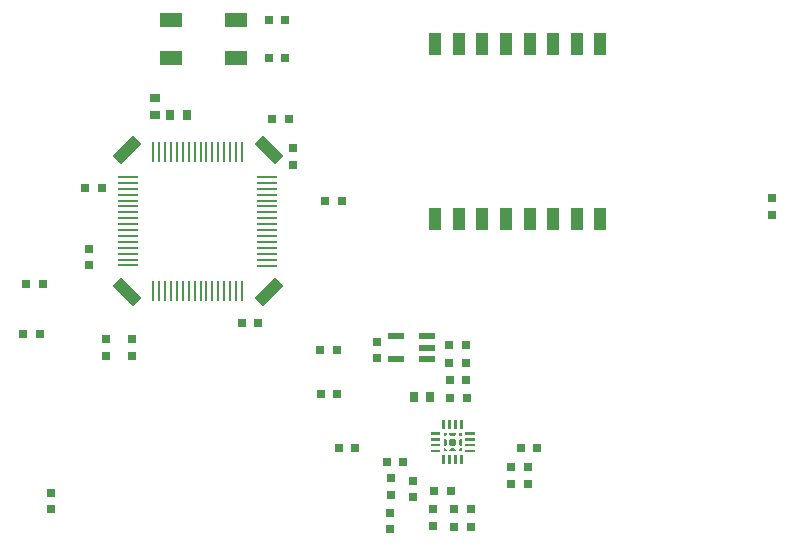
<source format=gtp>
G04 Layer_Color=8421504*
%FSLAX25Y25*%
%MOIN*%
G70*
G01*
G75*
%ADD10R,0.07480X0.05118*%
%ADD11R,0.00866X0.06693*%
%ADD12R,0.06693X0.00866*%
G04:AMPARAMS|DCode=13|XSize=39.37mil|YSize=98.42mil|CornerRadius=0mil|HoleSize=0mil|Usage=FLASHONLY|Rotation=315.000|XOffset=0mil|YOffset=0mil|HoleType=Round|Shape=Rectangle|*
%AMROTATEDRECTD13*
4,1,4,-0.04872,-0.02088,0.02088,0.04872,0.04872,0.02088,-0.02088,-0.04872,-0.04872,-0.02088,0.0*
%
%ADD13ROTATEDRECTD13*%

G04:AMPARAMS|DCode=14|XSize=39.37mil|YSize=98.42mil|CornerRadius=0mil|HoleSize=0mil|Usage=FLASHONLY|Rotation=45.000|XOffset=0mil|YOffset=0mil|HoleType=Round|Shape=Rectangle|*
%AMROTATEDRECTD14*
4,1,4,0.02088,-0.04872,-0.04872,0.02088,-0.02088,0.04872,0.04872,-0.02088,0.02088,-0.04872,0.0*
%
%ADD14ROTATEDRECTD14*%

%ADD15R,0.03000X0.03000*%
%ADD16R,0.03000X0.03000*%
%ADD20R,0.03150X0.03543*%
%ADD21R,0.05200X0.02200*%
%ADD22R,0.03543X0.03150*%
%ADD23R,0.04134X0.07677*%
%ADD51R,0.00100X0.00100*%
G36*
X177042Y34719D02*
X175935D01*
Y35270D01*
X176491Y35827D01*
X177042D01*
Y34719D01*
D02*
G37*
G36*
X175147Y35270D02*
Y34719D01*
X172835D01*
Y35270D01*
X173391Y35827D01*
X174591D01*
X175147Y35270D01*
D02*
G37*
G36*
X172047D02*
Y34719D01*
X170940D01*
Y35827D01*
X171491D01*
X172047Y35270D01*
D02*
G37*
G36*
Y38370D02*
Y37171D01*
X171491Y36614D01*
X170940D01*
Y38927D01*
X171491D01*
X172047Y38370D01*
D02*
G37*
G36*
X181373Y36333D02*
X178223D01*
Y37239D01*
X181373D01*
Y36333D01*
D02*
G37*
G36*
X169759D02*
X166609D01*
Y37239D01*
X169759D01*
Y36333D01*
D02*
G37*
G36*
X175429Y30388D02*
X174522D01*
Y33539D01*
X175429D01*
Y30388D01*
D02*
G37*
G36*
X173460D02*
X172553D01*
Y33539D01*
X173460D01*
Y30388D01*
D02*
G37*
G36*
X171491D02*
X170584D01*
Y33539D01*
X171491D01*
Y30388D01*
D02*
G37*
G36*
X181373Y34365D02*
X178223D01*
Y35271D01*
X181373D01*
Y34365D01*
D02*
G37*
G36*
X169759D02*
X166609D01*
Y35271D01*
X169759D01*
Y34365D01*
D02*
G37*
G36*
X177398Y30388D02*
X176491D01*
Y33539D01*
X177398D01*
Y30388D01*
D02*
G37*
G36*
X175147Y38370D02*
Y37171D01*
X174591Y36614D01*
X173391D01*
X172835Y37171D01*
Y38370D01*
X173391Y38927D01*
X174591D01*
X175147Y38370D01*
D02*
G37*
G36*
X171491Y42002D02*
X170584D01*
Y45153D01*
X171491D01*
Y42002D01*
D02*
G37*
G36*
X181373Y40270D02*
X178223D01*
Y41176D01*
X181373D01*
Y40270D01*
D02*
G37*
G36*
X169759D02*
X166609D01*
Y41176D01*
X169759D01*
Y40270D01*
D02*
G37*
G36*
X177398Y42002D02*
X176491D01*
Y45153D01*
X177398D01*
Y42002D01*
D02*
G37*
G36*
X175429D02*
X174522D01*
Y45153D01*
X175429D01*
Y42002D01*
D02*
G37*
G36*
X173460D02*
X172553D01*
Y45153D01*
X173460D01*
Y42002D01*
D02*
G37*
G36*
X181373Y38302D02*
X178223D01*
Y39208D01*
X181373D01*
Y38302D01*
D02*
G37*
G36*
X169759D02*
X166609D01*
Y39208D01*
X169759D01*
Y38302D01*
D02*
G37*
G36*
X177042Y36614D02*
X176491D01*
X175935Y37171D01*
Y38370D01*
X176491Y38927D01*
X177042D01*
Y36614D01*
D02*
G37*
G36*
Y39714D02*
X176491D01*
X175935Y40271D01*
Y40822D01*
X177042D01*
Y39714D01*
D02*
G37*
G36*
X175147Y40271D02*
X174591Y39714D01*
X173391D01*
X172835Y40271D01*
Y40822D01*
X175147D01*
Y40271D01*
D02*
G37*
G36*
X172047D02*
X171491Y39714D01*
X170940D01*
Y40822D01*
X172047D01*
Y40271D01*
D02*
G37*
D10*
X80118Y165748D02*
D03*
Y178347D02*
D03*
X101772D02*
D03*
Y165748D02*
D03*
D11*
X99789Y134652D02*
D03*
X97821D02*
D03*
X95852D02*
D03*
X93884D02*
D03*
X91915D02*
D03*
X86010D02*
D03*
X82073D02*
D03*
X80104D02*
D03*
X78136D02*
D03*
X76167D02*
D03*
X74199D02*
D03*
Y88183D02*
D03*
X76167D02*
D03*
X78136D02*
D03*
X80104D02*
D03*
X82073D02*
D03*
X84041D02*
D03*
X86010D02*
D03*
X87978D02*
D03*
X89947D02*
D03*
X91915D02*
D03*
X93884D02*
D03*
X95852D02*
D03*
X97821D02*
D03*
X99789D02*
D03*
X101758D02*
D03*
X103726Y88183D02*
D03*
X87978Y134652D02*
D03*
X84041D02*
D03*
X89947D02*
D03*
X101758D02*
D03*
X103726D02*
D03*
D12*
X65742Y126195D02*
D03*
Y124226D02*
D03*
Y122258D02*
D03*
Y120289D02*
D03*
Y118321D02*
D03*
Y116352D02*
D03*
Y114384D02*
D03*
Y112415D02*
D03*
Y110447D02*
D03*
Y108478D02*
D03*
Y106510D02*
D03*
Y104541D02*
D03*
Y98636D02*
D03*
Y96667D02*
D03*
X112211Y100577D02*
D03*
Y102545D02*
D03*
Y104514D02*
D03*
Y106482D02*
D03*
Y108451D02*
D03*
Y110419D02*
D03*
Y112388D02*
D03*
Y114356D02*
D03*
Y116325D02*
D03*
Y120262D02*
D03*
Y122230D02*
D03*
Y124199D02*
D03*
Y126167D02*
D03*
Y98608D02*
D03*
X65742Y102573D02*
D03*
Y100604D02*
D03*
X112211Y118293D02*
D03*
Y96640D02*
D03*
D13*
X112598Y87795D02*
D03*
X65354Y135039D02*
D03*
D14*
X112598D02*
D03*
X65354Y87795D02*
D03*
D15*
X131502Y118110D02*
D03*
X137002D02*
D03*
X30911Y73779D02*
D03*
X36411D02*
D03*
X31896Y90551D02*
D03*
X37396D02*
D03*
X151974Y31102D02*
D03*
X157474D02*
D03*
X202134Y35900D02*
D03*
X196634D02*
D03*
X173394Y21334D02*
D03*
X167894D02*
D03*
X174587Y15428D02*
D03*
X180087D02*
D03*
X198984Y29601D02*
D03*
X193484D02*
D03*
X174587Y9522D02*
D03*
X180087D02*
D03*
X198984Y23696D02*
D03*
X193484D02*
D03*
X135427Y68504D02*
D03*
X129927D02*
D03*
X129966Y53661D02*
D03*
X135467D02*
D03*
X172841Y64173D02*
D03*
X178341D02*
D03*
X173234Y52362D02*
D03*
X178734D02*
D03*
X57081Y122441D02*
D03*
X51581D02*
D03*
X103746Y77598D02*
D03*
X109246D02*
D03*
X112604Y165748D02*
D03*
X118104D02*
D03*
X112604Y178347D02*
D03*
X118104D02*
D03*
X173012Y58341D02*
D03*
X178512D02*
D03*
X136069Y35866D02*
D03*
X141569D02*
D03*
X178341Y70079D02*
D03*
X172841D02*
D03*
X113825Y145354D02*
D03*
X119325D02*
D03*
D16*
X40157Y20860D02*
D03*
Y15360D02*
D03*
X280433Y113628D02*
D03*
Y119128D02*
D03*
X58268Y66541D02*
D03*
Y72041D02*
D03*
X153228Y14167D02*
D03*
Y8667D02*
D03*
X167494Y15422D02*
D03*
Y9922D02*
D03*
X153268Y25703D02*
D03*
Y20203D02*
D03*
X66929Y72035D02*
D03*
Y66536D02*
D03*
X120866Y130281D02*
D03*
Y135782D02*
D03*
X52716Y96817D02*
D03*
Y102317D02*
D03*
X160801Y19371D02*
D03*
Y24871D02*
D03*
X148819Y71254D02*
D03*
Y65754D02*
D03*
D20*
X166496Y52756D02*
D03*
X160984D02*
D03*
X85433Y146850D02*
D03*
X79921D02*
D03*
D21*
X165336Y65591D02*
D03*
Y69291D02*
D03*
Y72991D02*
D03*
X155136D02*
D03*
Y65591D02*
D03*
D22*
X74803Y152362D02*
D03*
Y146850D02*
D03*
D23*
X168110Y170473D02*
D03*
X175984D02*
D03*
X183858D02*
D03*
X191732D02*
D03*
X199606D02*
D03*
X207480D02*
D03*
X215354D02*
D03*
X223228D02*
D03*
Y112205D02*
D03*
X215354D02*
D03*
X207480D02*
D03*
X199606D02*
D03*
X191732D02*
D03*
X183858D02*
D03*
X175984D02*
D03*
X168110D02*
D03*
D51*
X173991Y37771D02*
D03*
M02*

</source>
